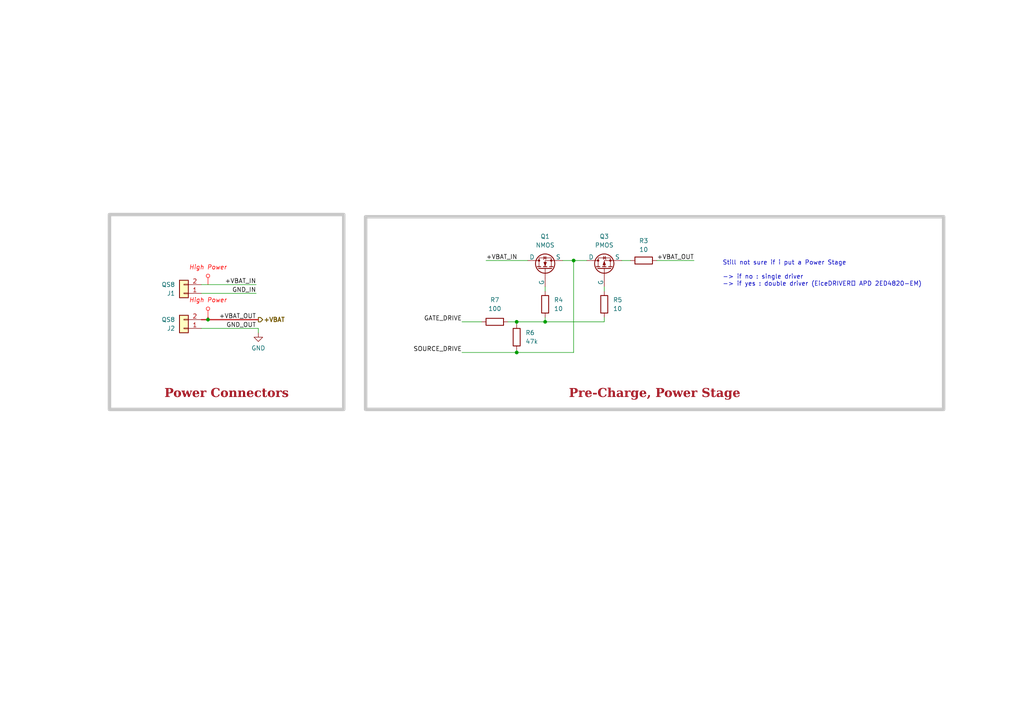
<source format=kicad_sch>
(kicad_sch (version 20230121) (generator eeschema)
  (paper "A4")
  (lib_symbols
    (symbol "Connector_Generic:Conn_01x02" (pin_names (offset 1.016) hide)
      (property "Reference" "J" (at 0 2.54 0))
      (property "Value" "Conn_01x02" (at 0 -5.08 0))
      (symbol "Conn_01x02_1_1"
        (rectangle (start -1.27 -2.413) (end 0 -2.667) (stroke (width 0.1524)))
        (rectangle (start -1.27 0.127) (end 0 -0.127) (stroke (width 0.1524)))
        (rectangle (start -1.27 1.27) (end 1.27 -3.81) (stroke (width 0.254)) (fill (type background)))
        (pin passive line (at -5.08 0 0) (length 3.81) (name "Pin_1") (number "1"))
        (pin passive line (at -5.08 -2.54 0) (length 3.81) (name "Pin_2") (number "2"))
      )
    )
    (symbol "Device:R" (pin_numbers hide) (pin_names (offset 0))
      (property "Reference" "R" (at 2.032 0 90))
      (property "Value" "R" (at 0 0 90))
      (symbol "R_0_1"
        (rectangle (start -1.016 -2.54) (end 1.016 2.54) (stroke (width 0.254)))
      )
      (symbol "R_1_1"
        (pin passive line (at 0 3.81 270) (length 1.27) (name "~") (number "1"))
        (pin passive line (at 0 -3.81 90) (length 1.27) (name "~") (number "2"))
      )
    )
    (symbol "Simulation_SPICE:NMOS" (pin_numbers hide) (pin_names (offset 0))
      (property "Reference" "Q" (at 5.08 1.27 0))
      (property "Value" "NMOS" (at 5.08 -1.27 0))
      (symbol "NMOS_0_1"
        (polyline (pts (xy 0.254 0) (xy -2.54 0)))
        (polyline (pts (xy 0.254 1.905) (xy 0.254 -1.905)) (stroke (width 0.254)))
        (polyline (pts (xy 0.762 -1.27) (xy 0.762 -2.286)) (stroke (width 0.254)))
        (polyline (pts (xy 0.762 0.508) (xy 0.762 -0.508)) (stroke (width 0.254)))
        (polyline (pts (xy 0.762 2.286) (xy 0.762 1.27)) (stroke (width 0.254)))
        (polyline (pts (xy 2.54 2.54) (xy 2.54 1.778)))
        (polyline (pts (xy 2.54 -2.54) (xy 2.54 0) (xy 0.762 0)))
        (polyline (pts (xy 0.762 -1.778) (xy 3.302 -1.778) (xy 3.302 1.778) (xy 0.762 1.778)))
        (polyline (pts (xy 1.016 0) (xy 2.032 0.381) (xy 2.032 -0.381) (xy 1.016 0)) (fill (type outline)))
        (polyline (pts (xy 2.794 0.508) (xy 2.921 0.381) (xy 3.683 0.381) (xy 3.81 0.254)))
        (polyline (pts (xy 3.302 0.381) (xy 2.921 -0.254) (xy 3.683 -0.254) (xy 3.302 0.381)))
        (circle (center 1.651 0) (radius 2.794) (stroke (width 0.254)))
        (circle (center 2.54 -1.778) (radius 0.254) (fill (type outline)))
        (circle (center 2.54 1.778) (radius 0.254) (fill (type outline)))
      )
      (symbol "NMOS_1_1"
        (pin passive line (at 2.54 5.08 270) (length 2.54) (name "D") (number "1"))
        (pin input line (at -5.08 0 0) (length 2.54) (name "G") (number "2"))
        (pin passive line (at 2.54 -5.08 90) (length 2.54) (name "S") (number "3"))
      )
    )
    (symbol "Simulation_SPICE:PMOS" (pin_numbers hide) (pin_names (offset 0))
      (property "Reference" "Q" (at 5.08 1.27 0))
      (property "Value" "PMOS" (at 5.08 -1.27 0))
      (symbol "PMOS_0_1"
        (polyline (pts (xy 0.254 0) (xy -2.54 0)))
        (polyline (pts (xy 0.254 1.905) (xy 0.254 -1.905)) (stroke (width 0.254)))
        (polyline (pts (xy 0.762 -1.27) (xy 0.762 -2.286)) (stroke (width 0.254)))
        (polyline (pts (xy 0.762 0.508) (xy 0.762 -0.508)) (stroke (width 0.254)))
        (polyline (pts (xy 0.762 2.286) (xy 0.762 1.27)) (stroke (width 0.254)))
        (polyline (pts (xy 2.54 2.54) (xy 2.54 1.778)))
        (polyline (pts (xy 2.54 -2.54) (xy 2.54 0) (xy 0.762 0)))
        (polyline (pts (xy 0.762 1.778) (xy 3.302 1.778) (xy 3.302 -1.778) (xy 0.762 -1.778)))
        (polyline (pts (xy 2.286 0) (xy 1.27 0.381) (xy 1.27 -0.381) (xy 2.286 0)) (fill (type outline)))
        (polyline (pts (xy 2.794 -0.508) (xy 2.921 -0.381) (xy 3.683 -0.381) (xy 3.81 -0.254)))
        (polyline (pts (xy 3.302 -0.381) (xy 2.921 0.254) (xy 3.683 0.254) (xy 3.302 -0.381)))
        (circle (center 1.651 0) (radius 2.794) (stroke (width 0.254)))
        (circle (center 2.54 -1.778) (radius 0.254) (fill (type outline)))
        (circle (center 2.54 1.778) (radius 0.254) (fill (type outline)))
      )
      (symbol "PMOS_1_1"
        (pin passive line (at 2.54 5.08 270) (length 2.54) (name "D") (number "1"))
        (pin input line (at -5.08 0 0) (length 2.54) (name "G") (number "2"))
        (pin passive line (at 2.54 -5.08 90) (length 2.54) (name "S") (number "3"))
      )
    )
    (symbol "power:GND" (power) (pin_names (offset 0))
      (property "Value" "GND" (at 0 -3.81 0))
      (symbol "GND_0_1"
        (polyline (pts (xy 0 0) (xy 0 -1.27) (xy 1.27 -1.27) (xy 0 -2.54) (xy -1.27 -1.27) (xy 0 -1.27)))
      )
      (symbol "GND_1_1"
        (pin power_in line (at 0 0 270) (length 0) hide (name "GND") (number "1"))
      )
    )
  )
  (junction (at 149.86 93.345))
  (junction (at 166.37 75.565))
  (junction (at 158.115 93.345))
  (junction (at 149.86 102.235))
  (junction (at 60.325 92.71))
  (wire (pts (xy 158.115 93.345) (xy 158.115 92.075)))
  (wire (pts (xy 175.26 92.075) (xy 175.26 93.345)))
  (wire (pts (xy 74.93 96.52) (xy 74.93 95.25)))
  (wire (pts (xy 60.325 92.71) (xy 74.93 92.71)) (stroke (width 0.381) (color 200 50 50 1)))
  (wire (pts (xy 149.86 102.235) (xy 166.37 102.235)))
  (wire (pts (xy 175.26 93.345) (xy 158.115 93.345)))
  (wire (pts (xy 58.42 92.71) (xy 60.325 92.71)) (stroke (width 0.381) (color 200 50 50 1)))
  (wire (pts (xy 58.42 85.09) (xy 74.295 85.09)))
  (wire (pts (xy 166.37 75.565) (xy 170.18 75.565)))
  (wire (pts (xy 139.7 93.345) (xy 133.985 93.345)))
  (wire (pts (xy 163.195 75.565) (xy 166.37 75.565)))
  (wire (pts (xy 149.86 101.6) (xy 149.86 102.235)))
  (wire (pts (xy 58.42 82.55) (xy 74.295 82.55)))
  (wire (pts (xy 190.5 75.565) (xy 201.295 75.565)))
  (wire (pts (xy 133.985 102.235) (xy 149.86 102.235)))
  (wire (pts (xy 166.37 75.565) (xy 166.37 102.235)))
  (wire (pts (xy 60.325 92.075) (xy 60.325 92.71)) (stroke (width 0.381) (color 200 50 50 1)))
  (wire (pts (xy 58.42 95.25) (xy 74.93 95.25)))
  (wire (pts (xy 175.26 83.185) (xy 175.26 84.455)))
  (wire (pts (xy 180.34 75.565) (xy 182.88 75.565)))
  (wire (pts (xy 149.86 93.345) (xy 149.86 93.98)))
  (wire (pts (xy 158.115 83.185) (xy 158.115 84.455)))
  (wire (pts (xy 140.97 75.565) (xy 153.035 75.565)))
  (wire (pts (xy 147.32 93.345) (xy 149.86 93.345)))
  (wire (pts (xy 149.86 93.345) (xy 158.115 93.345)))
  (rectangle (start 31.75 62.23) (end 99.695 118.745) (stroke (width 1) (color 200 200 200 1)))
  (rectangle (start 106.045 62.865) (end 273.685 118.745) (stroke (width 1) (color 200 200 200 1)))
  (text_box "Pre-Charge, Power Stage" (at 106.045 107.95 0) (size 167.64 9.525) (stroke (width -0.0001)) (effects (font (size 2.54 2.54) (thickness 0.508) bold) (justify bottom)))
  (text_box "Power Connectors" (at 31.75 107.95 0) (size 67.945 9.525) (stroke (width -0.0001)) (effects (font (size 2.54 2.54) (thickness 0.508) bold) (justify bottom)))
  (text "Still not sure if i put a Power Stage\n\n-> if no : single driver  \n-> if yes : double driver (EiceDRIVER™ APD 2ED4820-EM) " (at 209.55 83.185 0) (effects (font (size 1.27 1.27)) (justify left bottom)))
  (label "GND_OUT" (at 74.295 95.25 180))
  (label "+VBAT_IN" (at 140.97 75.565 0))
  (label "+VBAT_OUT" (at 201.295 75.565 180))
  (label "GND_IN" (at 74.295 85.09 180))
  (label "+VBAT_OUT" (at 74.295 92.71 180))
  (label "SOURCE_DRIVE" (at 133.985 102.235 180))
  (label "GATE_DRIVE" (at 133.985 93.345 180))
  (label "+VBAT_IN" (at 74.295 82.55 180))
  (hierarchical_label "+VBAT" (shape output) (at 74.93 92.71 0) (effects (font (thickness 0.254) bold)))
  (netclass_flag "" (length 2.54) (shape round) (at 60.325 92.075 0) (property "High Power" "High Power" (at 60.325 86.995 0) (effects (font italic))))
  (netclass_flag "" (length 2.54) (shape round) (at 60.325 82.55 0) (property "High Power" "High Power" (at 60.325 77.47 0) (effects (font italic))))
  (symbol (lib_id "Device:R") (at 158.115 88.265 180) (unit 1)
    (property "Reference" "R4" (at 160.655 86.995 0) (effects (justify right)))
    (property "Value" "10" (at 160.655 89.535 0) (effects (justify right)))
  )
  (symbol (lib_id "Connector_Generic:Conn_01x02") (at 53.34 95.25 180) (unit 1)
    (property "Reference" "J2" (at 50.8 95.25 0) (effects (justify left)))
    (property "Value" "QS8" (at 50.8 92.71 0) (effects (justify left)))
  )
  (symbol (lib_id "Simulation_SPICE:PMOS") (at 175.26 78.105 90) (unit 1)
    (property "Reference" "Q3" (at 175.26 68.58 90))
    (property "Value" "PMOS" (at 175.26 71.12 90))
    (property "Datasheet" "https://ngspice.sourceforge.io/docs/ngspice-manual.pdf" (effects hide))
    (property "Sim.Device" "PMOS" (effects hide))
    (property "Sim.Type" "VDMOS" (effects hide))
    (property "Sim.Pins" "1=D 2=G 3=S" (effects hide))
  )
  (symbol (lib_id "Device:R") (at 186.69 75.565 90) (unit 1)
    (property "Reference" "R3" (at 186.69 69.85 90))
    (property "Value" "10" (at 186.69 72.39 90))
  )
  (symbol (lib_id "Connector_Generic:Conn_01x02") (at 53.34 85.09 180) (unit 1)
    (property "Reference" "J1" (at 50.8 85.09 0) (effects (justify left)))
    (property "Value" "QS8" (at 50.8 82.55 0) (effects (justify left)))
  )
  (symbol (lib_id "Device:R") (at 149.86 97.79 180) (unit 1)
    (property "Reference" "R6" (at 152.4 96.52 0) (effects (justify right)))
    (property "Value" "47k" (at 152.4 99.06 0) (effects (justify right)))
  )
  (symbol (lib_id "power:GND") (at 74.93 96.52 0) (unit 1)
    (property "Reference" "#PWR015" (effects hide))
    (property "Value" "GND" (at 74.93 100.965 0))
  )
  (symbol (lib_id "Device:R") (at 143.51 93.345 90) (unit 1)
    (property "Reference" "R7" (at 143.51 86.995 90))
    (property "Value" "100" (at 143.51 89.535 90))
  )
  (symbol (lib_id "Simulation_SPICE:NMOS") (at 158.115 78.105 90) (unit 1)
    (property "Reference" "Q1" (at 158.115 68.58 90))
    (property "Value" "NMOS" (at 158.115 71.12 90))
    (property "Datasheet" "https://ngspice.sourceforge.io/docs/ngspice-manual.pdf" (effects hide))
    (property "Sim.Device" "NMOS" (effects hide))
    (property "Sim.Type" "VDMOS" (effects hide))
    (property "Sim.Pins" "1=D 2=G 3=S" (effects hide))
  )
  (symbol (lib_id "Device:R") (at 175.26 88.265 180) (unit 1)
    (property "Reference" "R5" (at 177.8 86.995 0) (effects (justify right)))
    (property "Value" "10" (at 177.8 89.535 0) (effects (justify right)))
  )
)
</source>
